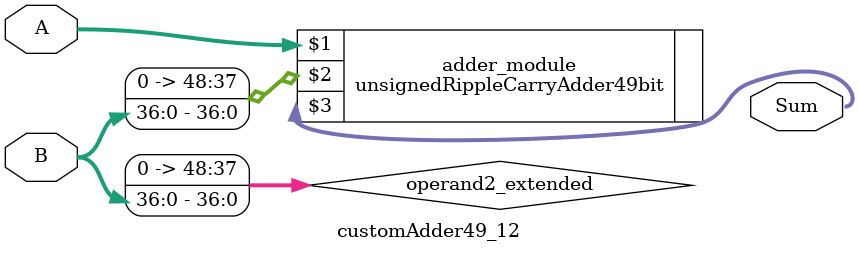
<source format=v>
module customAdder49_12(
                        input [48 : 0] A,
                        input [36 : 0] B,
                        
                        output [49 : 0] Sum
                );

        wire [48 : 0] operand2_extended;
        
        assign operand2_extended =  {12'b0, B};
        
        unsignedRippleCarryAdder49bit adder_module(
            A,
            operand2_extended,
            Sum
        );
        
        endmodule
        
</source>
